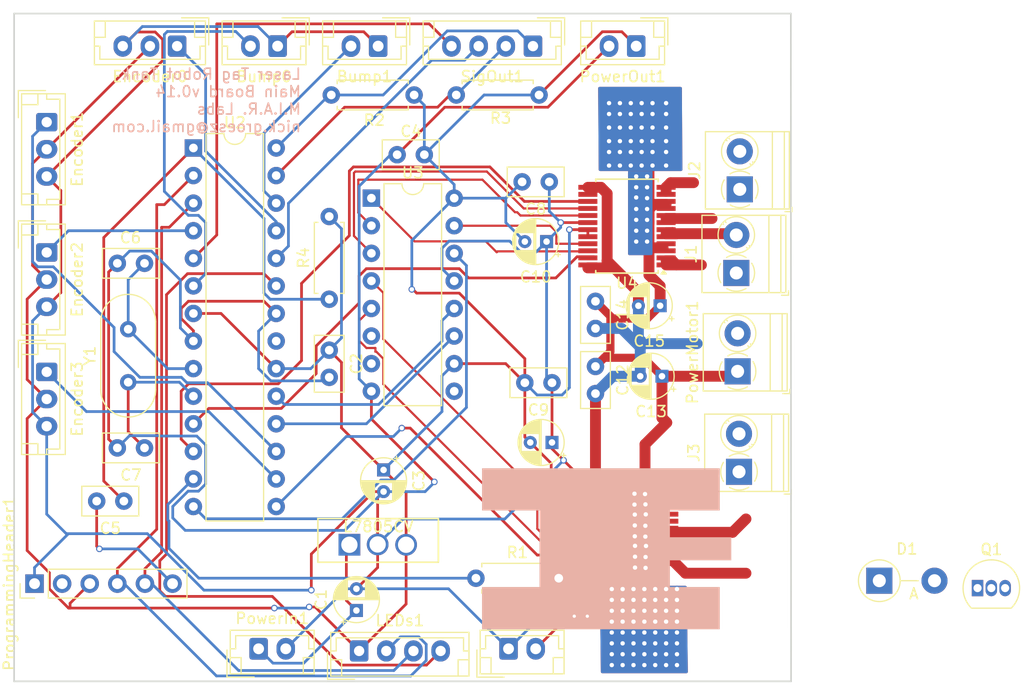
<source format=kicad_pcb>
(kicad_pcb (version 20240108) (generator "pcbnew") (generator_version "8.0")
  (layers (0 "F.Cu" signal) (31 "B.Cu" signal) (34 "B.Paste" user) (35 "F.Paste" user) (36 "B.SilkS" user "B.Silkscreen") (37 "F.SilkS" user "F.Silkscreen") (38 "B.Mask" user) (39 "F.Mask" user) (44 "Edge.Cuts" user))
  (net 0 "")
  (net 1 "Net-(U2-(PCINT14{slash}~{RESET})PC6)")
  (net 2 "GND")
  (net 3 "4.5V")
  (net 4 "SCL")
  (net 5 "SDA")
  (net 6 "IRRx")
  (net 7 "IRTx")
  (net 8 "LED1")
  (net 9 "LED0")
  (net 10 "SPK")
  (net 11 "M0+")
  (net 12 "M1+")
  (net 13 "M1-")
  (net 14 "M2-")
  (net 15 "M0-")
  (net 16 "M2+")
  (net 17 "LED2")
  (net 18 "M0PWM")
  (net 19 "M1PWM")
  (net 20 "Net-(U2-(PCINT6{slash}XTAL1{slash}TOSC1)PB6)")
  (net 21 "Net-(U2-(PCINT7{slash}XTAL2{slash}TOSC2)PB7)")
  (net 22 "9V")
  (net 23 "Vm")
  (net 24 "Encoder0")
  (net 25 "Encoder1")
  (net 26 "M2PWM")
  (net 27 "Encoder2")
  (net 28 "Encoder3")
  (net 29 "Net-(U2-(PCINT23{slash}AIN1)PD7)")
  (net 33 "Bump0")
  (net 34 "Bump1")
  (net 38 "SERIAL_DATA")
  (net 39 "SERIAL_LATCH")
  (net 40 "SERIAL_CLOCK")
  (net 41 "Gm")
  (net 47 "Net-(ProgrammingHeader1-Pin_6)")
  (net 49 "Net-(J1-Pin_1)")
  (net 50 "Net-(J1-Pin_2)")
  (net 51 "Net-(D1-A)")
  (net 52 "Net-(J2-Pin_1)")
  (net 53 "Net-(J2-Pin_2)")
  (net 54 "Net-(J3-Pin_2)")
  (net 55 "Net-(J3-Pin_1)")
  (net 56 "Net-(Q1-E)")
  (footprint "Capacitor_THT:CP_Radial_D4.0mm_P2.00mm" (layer "F.Cu") (at 140 94 180)
    (property "Reference" "C10")
    (property "Value" "10uF")
  )
  (footprint "Package_SO:SSOP-24_5.3x8.2mm_P0.65mm" (layer "F.Cu") (at 147.65 120.075 180)
    (property "Reference" "U5")
    (property "Value" "TB6612FNG")
  )
  (footprint "Capacitor_THT:C_Disc_D5.0mm_W2.5mm_P2.50mm" (layer "F.Cu") (at 101.1 117.9 180)
    (property "Reference" "C5")
    (property "Value" "100nF")
  )
  (footprint "Capacitor_THT:CP_Radial_D4.0mm_P2.00mm" (layer "F.Cu") (at 150.45 99.91 180)
    (property "Reference" "C15")
    (property "Value" "10uF")
  )
  (footprint "Capacitor_THT:C_Disc_D5.0mm_W2.5mm_P2.50mm" (layer "F.Cu") (at 128.75 86 180)
    (property "Reference" "C4")
    (property "Value" "100nF")
  )
  (footprint "Capacitor_THT:CP_Radial_D4.0mm_P2.00mm" (layer "F.Cu") (at 125 115.027401 -90)
    (property "Reference" "C3")
    (property "Value" "10uF")
  )
  (footprint "Capacitor_THT:C_Disc_D5.0mm_W2.5mm_P2.50mm" (layer "F.Cu") (at 144.5 105.5 -90)
    (property "Reference" "C12")
    (property "Value" ".1uF")
  )
  (footprint "Connector_PinHeader_2.54mm:PinHeader_1x06_P2.54mm_Vertical" (layer "F.Cu") (at 92.88 125.5 90)
    (property "Reference" "ProgrammingHeader1")
    (property "Value" "Programming Header")
  )
  (footprint "MountingHole:MountingHole_3mm" (layer "F.Cu") (at 159 76.5)
    (property "Reference" "H2" (hide yes))
    (property "Value" "MountingHole" (hide yes))
  )
  (footprint "Connector_JST:JST_EH_B2B-EH-A_1x02_P2.50mm_Vertical" (layer "F.Cu") (at 124.5 76 180)
    (property "Reference" "Bump1")
    (property "Value" "Bump1")
  )
  (footprint "Capacitor_THT:CP_Radial_D4.0mm_P2.00mm" (layer "F.Cu") (at 150.62 106.4 180)
    (property "Reference" "C13")
    (property "Value" "10uF")
  )
  (footprint "Connector_JST:JST_EH_B4B-EH-A_1x04_P2.50mm_Vertical" (layer "F.Cu") (at 122.75 131.7)
    (property "Reference" "LEDs1")
    (property "Value" "LEDs")
  )
  (footprint "MountingHole:MountingHole_3mm" (layer "F.Cu") (at 94 76.5)
    (property "Reference" "H1" (hide yes))
    (property "Value" "MountingHole" (hide yes))
  )
  (footprint "custom:DIP-16_W7.62mm" (layer "F.Cu") (at 123.88 90)
    (property "Reference" "U3")
    (property "Value" "SN74HC595")
  )
  (footprint "Connector_JST:JST_EH_B4B-EH-A_1x04_P2.50mm_Vertical" (layer "F.Cu") (at 138.75 76 180)
    (property "Reference" "SigOut1")
    (property "Value" "SigOut")
  )
  (footprint "Resistor_THT:R_Axial_DIN0207_L6.3mm_D2.5mm_P7.62mm_Horizontal" (layer "F.Cu") (at 120.19 80.5)
    (property "Reference" "R2")
    (property "Value" "10k")
  )
  (footprint "Crystal:Crystal_HC49-U_Vertical" (layer "F.Cu") (at 101.5 106.95 90)
    (property "Reference" "Y1")
    (property "Value" "Crystal")
  )
  (footprint "Connector_JST:JST_EH_B3B-EH-A_1x03_P2.50mm_Vertical" (layer "F.Cu") (at 94 106 -90)
    (property "Reference" "Encoder3")
    (property "Value" "Encoder3")
  )
  (footprint "custom:DIP-28_W7.62mm" (layer "F.Cu") (at 107.5 85.38)
    (property "Reference" "U2")
    (property "Value" "ATMEGA328P-PU")
  )
  (footprint "Package_TO_SOT_THT:TO-92_Inline" (layer "F.Cu") (at 179.66 125.91)
    (property "Reference" "Q1")
    (property "Value" "2N3904")
  )
  (footprint "Capacitor_THT:C_Disc_D5.0mm_W2.5mm_P2.50mm" (layer "F.Cu") (at 140.25 88.5 180)
    (property "Reference" "C8")
    (property "Value" ".1uF")
  )
  (footprint "Capacitor_THT:C_Disc_D5.0mm_W2.5mm_P2.50mm" (layer "F.Cu") (at 103 96 180)
    (property "Reference" "C6")
    (property "Value" "22pF")
  )
  (footprint "Capacitor_THT:CP_Radial_D4.0mm_P2.00mm" (layer "F.Cu") (at 140.5 112.5 180)
    (property "Reference" "C11")
    (property "Value" "10uF")
  )
  (footprint "Connector_JST:JST_EH_B2B-EH-A_1x02_P2.50mm_Vertical" (layer "F.Cu") (at 115.25 76 180)
    (property "Reference" "Bump0")
    (property "Value" "Bump0")
  )
  (footprint "Package_SO:SSOP-24_5.3x8.2mm_P0.65mm" (layer "F.Cu") (at 147.4 92.575 180)
    (property "Reference" "U4")
    (property "Value" "TB6612FNG")
  )
  (footprint "Capacitor_THT:C_Disc_D5.0mm_W2.5mm_P2.50mm" (layer "F.Cu") (at 144.5 99.5 -90)
    (property "Reference" "C14")
    (property "Value" ".1uF")
  )
  (footprint "TerminalBlock_Phoenix:TerminalBlock_Phoenix_PT-1,5-2-3.5-H_1x02_P3.50mm_Horizontal" (layer "F.Cu") (at 157.46 96.89 90)
    (property "Reference" "J1")
    (property "Value" "M0")
  )
  (footprint "Capacitor_THT:C_Disc_D5.0mm_W2.5mm_P2.50mm" (layer "F.Cu") (at 103 113 180)
    (property "Reference" "C7")
    (property "Value" "22pF")
  )
  (footprint "Connector_JST:JST_EH_B3B-EH-A_1x03_P2.50mm_Vertical" (layer "F.Cu") (at 106 76 180)
    (property "Reference" "Encoder0")
    (property "Value" "Encoder0")
  )
  (footprint "Connector_JST:JST_EH_B2B-EH-A_1x02_P2.50mm_Vertical" (layer "F.Cu") (at 113.5 131.5)
    (property "Reference" "PowerIn1")
    (property "Value" "PowerIn")
  )
  (footprint "Connector_JST:JST_EH_B3B-EH-A_1x03_P2.50mm_Vertical" (layer "F.Cu") (at 94 83 -90)
    (property "Reference" "Encoder1")
    (property "Value" "Encoder1")
  )
  (footprint "Connector_JST:JST_EH_B2B-EH-A_1x02_P2.50mm_Vertical" (layer "F.Cu") (at 148.25 76 180)
    (property "Reference" "PowerOut1")
    (property "Value" "PowerOut")
  )
  (footprint "Connector_JST:JST_EH_B3B-EH-A_1x03_P2.50mm_Vertical" (layer "F.Cu") (at 94 95 -90)
    (property "Reference" "Encoder2")
    (property "Value" "Encoder2")
  )
  (footprint "MountingHole:MountingHole_3mm" (layer "F.Cu") (at 159 131.5)
    (property "Reference" "H4" (hide yes))
    (property "Value" "MountingHole" (hide yes))
  )
  (footprint "Connector_JST:JST_EH_B2B-EH-A_1x02_P2.50mm_Vertical" (layer "F.Cu") (at 136.5 131.5)
    (property "Reference" "Spk1")
    (property "Value" "Spk")
  )
  (footprint "Capacitor_THT:C_Disc_D5.0mm_W2.5mm_P2.50mm" (layer "F.Cu") (at 140.5 107 180)
    (property "Reference" "C9")
    (property "Value" ".1uF")
  )
  (footprint "Resistor_THT:R_Axial_DIN0207_L6.3mm_D2.5mm_P7.62mm_Horizontal" (layer "F.Cu") (at 131.69 80.5)
    (property "Reference" "R3")
    (property "Value" "10k")
  )
  (footprint "TerminalBlock_Phoenix:TerminalBlock_Phoenix_PT-1,5-2-3.5-H_1x02_P3.50mm_Horizontal" (layer "F.Cu") (at 157.58 105.95 90)
    (property "Reference" "PowerMotor1")
    (property "Value" "PowerMotor")
  )
  (footprint "Capacitor_THT:C_Disc_D5.0mm_W2.5mm_P2.50mm" (layer "F.Cu") (at 120 104 -90)
    (property "Reference" "C2")
    (property "Value" "100nF")
  )
  (footprint "Resistor_THT:R_Axial_DIN0207_L6.3mm_D2.5mm_P7.62mm_Horizontal" (layer "F.Cu") (at 120 99.31 90)
    (property "Reference" "R4")
    (property "Value" "10k")
  )
  (footprint "custom:L7805CV" (layer "F.Cu") (at 120.845 121)
    (property "Reference" "U1" (hide yes))
    (property "Value" "L7805")
  )
  (footprint "Diode_THT:D_DO-15_P5.08mm_Vertical_AnodeUp" (layer "F.Cu") (at 170.62 125.23)
    (property "Reference" "D1")
    (property "Value" "1N4148")
  )
  (footprint "MountingHole:MountingHole_3mm" (layer "F.Cu") (at 94.5 131)
    (property "Reference" "H3" (hide yes))
    (property "Value" "MountingHole" (hide yes))
  )
  (footprint "Resistor_THT:R_Axial_DIN0207_L6.3mm_D2.5mm_P7.62mm_Horizontal" (layer "F.Cu") (at 133.5 125)
    (property "Reference" "R1")
    (property "Value" "R")
  )
  (footprint "Capacitor_THT:CP_Radial_D4.0mm_P2.00mm" (layer "F.Cu") (at 122.5 127.972599 90)
    (property "Reference" "C1")
    (property "Value" "10uF")
  )
  (footprint "TerminalBlock_Phoenix:TerminalBlock_Phoenix_PT-1,5-2-3.5-H_1x02_P3.50mm_Horizontal" (layer "F.Cu") (at 157.78 89.19 90)
    (property "Reference" "J2")
    (property "Value" "M1")
  )
  (footprint "TerminalBlock_Phoenix:TerminalBlock_Phoenix_PT-1,5-2-3.5-H_1x02_P3.50mm_Horizontal" (layer "F.Cu") (at 157.71 115.2 90)
    (property "Reference" "J3")
    (property "Value" "M2")
  )
  (footprint "NetTie:NetTie-2_THT_Pad0.3mm" (layer "F.Cu") (at 143.75 128.5 180)
    (property "Reference" "NT1" (hide yes))
    (property "Value" "NetTie_2" (hide yes))
  )
  (footprint "custom:Tank" (layer "B.Cu") (at 145.35 122.64)
    (property "Reference" "G***" (hide yes))
    (property "Value" "LOGO" (hide yes))
  )
  (gr_line (start 162.48 73) (end 91 73) (stroke (width 0.15)) (layer "Edge.Cuts"))
  (gr_line (start 91 134.5) (end 162.5 134.5) (stroke (width 0.15)) (layer "Edge.Cuts"))
  (gr_line (start 91 73) (end 91 134.5) (stroke (width 0.15)) (layer "Edge.Cuts"))
  (gr_line (start 162.5 134.5) (end 162.48 73) (stroke (width 0.15)) (layer "Edge.Cuts"))
  (gr_text "Laser Tag Robot Tank\nMain Board v0.14\nM.I.A.R. Labs\nnick.groesz@gmail.com" (at 117.49 83.99 0) (layer "B.SilkS") (effects (font (size 1 1)) (justify left bottom mirror)))
  (segment (start 101.1 117.9) (end 99.250001 116.050001) (width 0.25) (layer "F.Cu") (net 1))
  (segment (start 99.250001 93.629999) (end 107.5 85.38) (width 0.25) (layer "F.Cu") (net 1))
  (segment (start 99.250001 116.050001) (end 99.250001 93.629999) (width 0.25) (layer "F.Cu") (net 1))
  (segment (start 107.5 85.38) (end 113.995 91.875) (width 0.25) (layer "B.Cu") (net 1))
  (segment (start 114.565 99.31) (end 120 99.31) (width 0.25) (layer "B.Cu") (net 1))
  (segment (start 113.995 98.74) (end 114.565 99.31) (width 0.25) (layer "B.Cu") (net 1))
  (segment (start 113.995 91.875) (end 113.995 98.74) (width 0.25) (layer "B.Cu") (net 1))
  (segment (start 99.700001 96.799999) (end 99.700001 112.200001) (width 0.25) (layer "F.Cu") (net 2))
  (segment (start 123.175 74.675) (end 124.5 76) (width 0.25) (layer "F.Cu") (net 2))
  (segment (start 124.455 121.89) (end 124.455 117.572401) (width 0.25) (layer "F.Cu") (net 2))
  (segment (start 95.3 89.3) (end 94 88) (width 0.25) (layer "F.Cu") (net 2))
  (segment (start 129.67 116.13) (end 123.88 110.34) (width 0.25) (layer "F.Cu") (net 2))
  (segment (start 130.625 81.625) (end 140.125 81.625) (width 0.25) (layer "F.Cu") (net 2))
  (segment (start 118.35 126.1) (end 118.35 122.775) (width 0.25) (layer "F.Cu") (net 2))
  (segment (start 140.5 107) (end 140.5 112.5) (width 0.25) (layer "F.Cu") (net 2))
  (segment (start 94 88) (end 104.675 77.325) (width 0.25) (layer "F.Cu") (net 2))
  (segment (start 140.5 113.075) (end 140.5 112.5) (width 0.25) (layer "F.Cu") (net 2))
  (segment (start 100.5 96) (end 99.700001 96.799999) (width 0.25) (layer "F.Cu") (net 2))
  (segment (start 104.675 75.388299) (end 103.986701 74.7) (width 0.25) (layer "F.Cu") (net 2))
  (segment (start 113.995 99.495) (end 115.12 100.62) (width 0.25) (layer "F.Cu") (net 2))
  (segment (start 107.5 102.210991) (end 106.375 101.085991) (width 0.25) (layer "F.Cu") (net 2))
  (segment (start 94 100) (end 95.3 98.7) (width 0.25) (layer "F.Cu") (net 2))
  (segment (start 122.5 125.972599) (end 124.455 124.017599) (width 0.25) (layer "F.Cu") (net 2))
  (segment (start 101 76) (end 102.325 74.675) (width 0.25) (layer "F.Cu") (net 2))
  (segment (start 124.455 117.572401) (end 125 117.027401) (width 0.25) (layer "F.Cu") (net 2))
  (segment (start 102.3 74.7) (end 101 76) (width 0.25) (layer "F.Cu") (net 2))
  (segment (start 126.25 86) (end 130.625 81.625) (width 0.25) (layer "F.Cu") (net 2))
  (segment (start 142.5625 115.1375) (end 142.5625 119.4125) (width 0.25) (layer "F.Cu") (net 2))
  (segment (start 142.5625 115.1375) (end 141.5625 114.1375) (width 0.25) (layer "F.Cu") (net 2))
  (segment (start 118.35 122.775) (end 124.097599 117.027401) (width 0.25) (layer "F.Cu") (net 2))
  (segment (start 143 119.85) (end 144.1 119.85) (width 0.25) (layer "F.Cu") (net 2))
  (segment (start 124.097599 117.027401) (end 125 117.027401) (width 0.25) (layer "F.Cu") (net 2))
  (segment (start 99.700001 112.200001) (end 100.5 113) (width 0.25) (layer "F.Cu") (net 2))
  (segment (start 107.5 103.16) (end 107.5 102.210991) (width 0.25) (layer "F.Cu") (net 2))
  (segment (start 123.88 110.34) (end 123.88 107.78) (width 0.25) (layer "F.Cu") (net 2))
  (segment (start 104.675 77.325) (end 104.675 75.388299) (width 0.25) (layer "F.Cu") (net 2))
  (segment (start 116.575 74.675) (end 123.175 74.675) (width 0.25) (layer "F.Cu") (net 2))
  (segment (start 107.034009 99.495) (end 113.995 99.495) (width 0.25) (layer "F.Cu") (net 2))
  (segment (start 143.8 92.25) (end 141.55 92.25) (width 0.25) (layer "F.Cu") (net 2))
  (segment (start 106.375 100.154009) (end 107.034009 99.495) (width 0.25) (layer "F.Cu") (net 2))
  (segment (start 142.5625 119.4125) (end 143 119.85) (width 0.25) (layer "F.Cu") (net 2))
  (segment (start 124.455 124.017599) (end 124.455 121.89) (width 0.25) (layer "F.Cu") (net 2))
  (segment (start 140.125 81.625) (end 145.75 76) (width 0.25) (layer "F.Cu") (net 2))
  (segment (start 106.375 101.085991) (end 106.375 100.154009) (width 0.25) (layer "F.Cu") (net 2))
  (segment (start 141.5625 114.1375) (end 140.5 113.075) (width 0.25) (layer "F.Cu") (net 2))
  (segment (start 141.55 92.25) (end 141.3 92.25) (width 0.25) (layer "F.Cu") (net 2))
  (segment (start 103.986701 74.7) (end 102.3 74.7) (width 0.25) (layer "F.Cu") (net 2))
  (segment (start 95.3 98.7) (end 95.3 89.3) (width 0.25) (layer "F.Cu") (net 2))
  (segment (start 115.25 76) (end 116.575 74.675) (width 0.25) (layer "F.Cu") (net 2))
  (via (at 141.5625 114.1375) (size 0.6) (drill 0.4) (layers "F.Cu" "B.Cu") (net 2))
  (via (at 129.67 116.13) (size 0.6) (drill 0.4) (layers "F.Cu" "B.Cu") (net 2))
  (via (at 118.35 126.1) (size 0.6) (drill 0.4) (layers "F.Cu" "B.Cu") (net 2))
  (via (at 141.3 92.25) (size 0.6) (drill 0.4) (layers "F.Cu" "B.Cu") (net 2))
  (segment (start 104.405 111.905) (end 107.805 111.905) (width 0.25) (layer "B.Cu") (net 2))
  (segment (start 125.65 86) (end 126.25 86) (width 0.25) (layer "B.Cu") (net 2))
  (segment (start 105.6 118.396396) (end 105.6 119.45) (width 0.25) (layer "B.Cu") (net 2))
  (segment (start 95.8 120.9) (end 103.263604 120.9) (width 0.25) (layer "B.Cu") (net 2))
  (segment (start 141.3 92.25) (end 141.3 92.7) (width 0.25) (layer "B.Cu") (net 2))
  (segment (start 140 106.5) (end 140.5 107) (width 0.25) (layer "B.Cu") (net 2))
  (segment (start 136.15 119.55) (end 141.5625 114.1375) (width 0.25) (layer "B.Cu") (net 2))
  (segment (start 140 94) (end 140 106.5) (width 0.25) (layer "B.Cu") (net 2))
  (segment (start 124.455 121.89) (end 126.795 119.55) (width 0.25) (layer "B.Cu") (net 2))
  (segment (start 101.625 111.875) (end 104.375 111.875) (width 0.25) (layer "B.Cu") (net 2))
  (segment (start 107.805 111.905) (end 108.625 112.725) (width 0.25) (layer "B.Cu") (net 2))
  (segment (start 139.5 128.5) (end 142.55 128.5) (width 0.25) (layer "B.Cu") (net 2))
  (segment (start 120 106.5) (end 119.675 106.825) (width 0.25) (layer "B.Cu") (net 2))
  (segment (start 129.72 116.13) (end 129.67 116.18) (width 0.25) (layer "B.Cu") (net 2))
  (segment (start 121.527401 125.972599) (end 122.5 125.972599) (width 0.25) (layer "B.Cu") (net 2))
  (segment (start 108.625 112.725) (end 108.625 116.325991) (width 0.25) (layer "B.Cu") (net 2))
  (segment (start 136.5 131.5) (end 139.5 128.5) (width 0.25) (layer "B.Cu") (net 2))
  (segment (start 125 117.027401) (end 128.822599 117.027401) (width 0.25) (layer "B.Cu") (net 2))
  (segment (start 130.375 94.614009) (end 131.034009 93.955) (width 0.25) (layer "B.Cu") (net 2))
  (segment (start 131.5 97.62) (end 130.375 96.495) (width 0.25) (layer "B.Cu") (net 2))
  (segment (start 106.3 97.539009) (end 106.3 101.96) (width 0.25) (layer "B.Cu") (net 2))
  (segment (start 136.605 93.955) (end 137.6 94.95) (width 0.25) (layer "B.Cu") (net 2))
  (segment (start 94 111) (end 94 119.1) (width 0.25) (layer "B.Cu") (net 2))
  (segment (start 102.8 74.2) (end 101 76) (width 0.25) (layer "B.Cu") (net 2))
  (segment (start 95.8 120.9) (end 95.9 121) (width 0.25) (layer "B.Cu") (net 2))
  (segment (start 116 131.5) (end 121.527401 125.972599) (width 0.25) (layer "B.Cu") (net 2))
  (segment (start 92.7 109.7) (end 92.7 101.3) (width 0.25) (layer "B.Cu") (net 2))
  (segment (start 105.6 119.45) (end 106.745 120.595) (width 0.25) (layer "B.Cu") (net 2))
  (segment (start 121.432401 120.595) (end 125 117.027401) (width 0.25) (layer "B.Cu") (net 2))
  (segment (start 101.625 94.875) (end 103.635991 94.875) (width 0.25) (layer "B.Cu") (net 2))
  (segment (start 122.755 106.655) (end 122.755 88.895) (width 0.25) (layer "B.Cu") (net 2))
  (segment (start 115.25 76) (end 113.45 74.2) (width 0.25) (layer "B.Cu") (net 2))
  (segment (start 94 119.1) (end 95.8 120.9) (width 0.25) (layer "B.Cu") (net 2))
  (segment (start 122.755 88.895) (end 125.65 86) (width 0.25) (layer "B.Cu") (net 2))
  (segment (start 129.67 116.13) (end 129.72 116.13) (width 0.25) (layer "B.Cu") (net 2))
  (segment (start 92.88 125.5) (end 92.88 124.02) (width 0.25) (layer "B.Cu") (net 2))
  (segment (start 92.88 124.02) (end 95.9 121) (width 0.25) (layer "B.Cu") (net 2))
  (segment (start 106.745 120.595) (end 121.432401 120.595) (width 0.25) (layer "B.Cu") (net 2))
  (segment (start 141.3 92.7) (end 140 94) (width 0.25) (layer "B.Cu") (net 2))
  (segment (start 129.67 116.18) (end 129.67 116.13) (width 0.25) (layer "B.Cu") (net 2))
  (segment (start 114.625 106.825) (end 113.5 105.7) (width 0.25) (layer "B.Cu") (net 2))
  (segment (start 113.45 74.2) (end 102.8 74.2) (width 0.25) (layer "B.Cu") (net 2))
  (segment (start 113.5 105.7) (end 113.5 102.24) (width 0.25) (layer "B.Cu") (net 2))
  (segment (start 126.795 119.55) (end 136.15 119.55) (width 0.25) (layer "B.Cu") (net 2))
  (segment (start 140.25 91.2) (end 140.25 88.5) (width 0.25) (layer "B.Cu") (net 2))
  (segment (start 123.88 107.78) (end 122.755 106.655) (width 0.25) (layer "B.Cu") (net 2))
  (segment (start 107.965991 116.985) (end 107.011396 116.985) (width 0.25) (layer "B.Cu") (net 2))
  (segment (start 92.7 101.3) (end 94 100) (width 0.25) (layer "B.Cu") (net 2))
  (segment (start 104.375 111.875) (end 104.405 111.905) (width 0.25) (layer "B.Cu") (net 2))
  (segment (start 103.263604 120.9) (end 108.463604 126.1) (width 0.25) (layer "B.Cu") (net 2))
  (segment (start 131.034009 93.955) (end 136.605 93.955) (width 0.25) (layer "B.Cu") (net 2))
  (segment (start 139.05 94.95) (end 140 94) (width 0.25) (layer "B.Cu") (net 2))
  (segment (start 122.5 125.972599) (end 130.972599 125.972599) (width 0.25) (layer "B.Cu") (net 2))
  (segment (start 108.625 116.325991) (end 107.965991 116.985) (width 0.25) (layer "B.Cu") (net 2))
  (segment (start 106.3 101.96) (end 107.5 103.16) (width 0.25) (layer "B.Cu") (net 2))
  (segment (start 137.6 94.95) (end 139.05 94.95) (width 0.25) (layer "B.Cu") (net 2))
  (segment (start 103.635991 94.875) (end 106.3 97.539009) (width 0.25) (layer "B.Cu") (net 2))
  (segment (start 128.822599 117.027401) (end 129.67 116.18) (width 0.25) (layer "B.Cu") (net 2))
  (segment (start 94 111) (end 92.7 109.7) (width 0.25) (layer "B.Cu") (net 2))
  (segment (start 130.972599 125.972599) (end 136.5 131.5) (width 0.25) (layer "B.Cu") (net 2))
  (segment (start 130.375 96.495) (end 130.375 94.614009) (width 0.25) (layer "B.Cu") (net 2))
  (segment (start 119.675 106.825) (end 114.625 106.825) (width 0.25) (layer "B.Cu") (net 2))
  (segment (start 100.5 96) (end 101.625 94.875) (width 0.25) (layer "B.Cu") (net 2))
  (segment (start 141.3 92.25) (end 140.25 91.2) (width 0.25) (layer "B.Cu") (net 2))
  (segment (start 107.011396 116.985) (end 105.6 118.396396) (width 0.25) (layer "B.Cu") (net 2))
  (segment (start 108.463604 126.1) (end 118.35 126.1) (width 0.25) (layer "B.Cu") (net 2))
  (segment (start 113.5 102.24) (end 115.12 100.62) (width 0.25) (layer "B.Cu") (net 2))
  (segment (start 100.5 113) (end 101.625 111.875) (width 0.25) (layer "B.Cu") (net 2))
  (segment (start 121.125 111.152401) (end 125 115.027401) (width 0.25) (layer "F.Cu") (net 3))
  (segment (start 107.5 100.62) (end 110.04 100.62) (width 0.25) (layer "F.Cu") (net 3))
  (segment (start 92.2 106.7) (end 92.2 99.3) (width 0.25) (layer "F.Cu") (net 3))
  (segment (start 94 97.5) (end 92.7 96.2) (width 0.25) (layer "F.Cu") (net 3))
  (segment (start 138 107) (end 138 112) (width 0.25) (layer "F.Cu") (net 3))
  (segment (start 96.15 127.75) (end 114.95 127.75) (width 0.25) (layer "F.Cu") (net 3))
  (segment (start 94 85.5) (end 103.5 76) (width 0.25) (layer "F.Cu") (net 3))
  (segment (start 138 104.779009) (end 131.965991 98.745) (width 0.25) (layer "F.Cu") (net 3))
  (segment (start 144.05 121.05) (end 144.05 120.4) (width 0.25) (layer "F.Cu") (net 3))
  (segment (start 131.5 105.24) (end 136.24 105.24) (width 0.25) (layer "F.Cu") (net 3))
  (segment (start 128.045 98.745) (end 127.7 98.4) (width 0.25) (layer "F.Cu") (net 3))
  (segment (start 94.245 124.494999) (end 94.245 125.986701) (width 0.25) (layer "F.Cu") (net 3))
  (segment (start 146.925 74.675) (end 148.25 76) (width 0.25) (layer "F.Cu") (net 3))
  (segment (start 92.2 99.3) (end 94 97.5) (width 0.25) (layer "F.Cu") (net 3))
  (segment (start 118.15 127.65) (end 118.7 127.65) (width 0.25) (layer "F.Cu") (net 3))
  (segment (start 94.245 125.986701) (end 96.008299 127.75) (width 0.25) (layer "F.Cu") (net 3))
  (segment (start 138 112) (end 138.5 112.5) (width 0.25) (layer "F.Cu") (net 3))
  (segment (start 92.2 122.449999) (end 94.245 124.494999) (width 0.25) (layer "F.Cu") (net 3))
  (segment (start 127.7 98.4) (end 127.6 98.4) (width 0.25) (layer "F.Cu") (net 3))
  (segment (start 143.8 92.9) (end 142.1 92.9) (width 0.25) (layer "F.Cu") (net 3))
  (segment (start 127.075 127.375) (end 127.075 121.92) (width 0.25) (layer "F.Cu") (net 3))
  (segment (start 138.5 112.5) (end 140.425 114.425) (width 0.25) (layer "F.Cu") (net 3))
  (segment (start 127.6 98.4) (end 127.6 98.3) (width 0.25) (layer "F.Cu") (net 3))
  (segment (start 120 104) (end 121.125 105.125) (width 0.25) (layer "F.Cu") (net 3))
  (segment (start 143.4 121.05) (end 144.05 121.05) (width 0.25) (layer "F.Cu") (net 3))
  (segment (start 127.075 117.102401) (end 127.075 121.92) (width 0.25) (layer "F.Cu") (net 3))
  (segment (start 143.8 92.9) (end 143.8 93.55) (width 0.25) (layer "F.Cu") (net 3))
  (segment (start 118.7 127.65) (end 122.75 131.7) (width 0.25) (layer "F.Cu") (net 3))
  (segment (start 125 115.027401) (end 127.075 117.102401) (width 0.25) (layer "F.Cu") (net 3))
  (segment (start 131.965991 98.745) (end 128.045 98.745) (width 0.25) (layer "F.Cu") (net 3))
  (segment (start 110.04 100.62) (end 115.12 105.7) (width 0.25) (layer "F.Cu") (net 3))
  (segment (start 96.008299 127.75) (end 96.15 127.75) (width 0.25) (layer "F.Cu") (net 3))
  (segment (start 121.125 105.125) (end 121.125 111.152401) (width 0.25) (layer "F.Cu") (net 3))
  (segment (start 138 107) (end 138 104.779009) (width 0.25) (layer "F.Cu") (net 3))
  (segment (start 140.425 114.425) (end 140.425 118.075) (width 0.25) (layer "F.Cu") (net 3))
  (segment (start 96.15 127.31) (end 96.15 127.75) (width 0.25) (layer "F.Cu") (net 3))
  (segment (start 122.75 131.7) (end 127.075 127.375) (width 0.25) (layer "F.Cu") (net 3))
  (segment (start 136.24 105.24) (end 138 107) (width 0.25) (layer "F.Cu") (net 3))
  (segment (start 92.2 110.3) (end 92.2 122.449999) (width 0.25) (layer "F.Cu") (net 3))
  (segment (start 94 108.5) (end 92.2 110.3) (width 0.25) (layer "F.Cu") (net 3))
  (segment (start 97.96 125.5) (end 96.15 127.31) (width 0.25) (layer "F.Cu") (net 3))
  (segment (start 127.6 98.3) (end 127.65 98.35) (width 0.25) (layer "F.Cu") (net 3))
  (segment (start 139.31 80.5) (end 145.135 74.675) (width 0.25) (layer "F.Cu") (net 3))
  (segment (start 145.135 74.675) (end 146.925 74.675) (width 0.25) (layer "F.Cu") (net 3))
  (segment (start 140.425 118.075) (end 143.4 121.05) (width 0.25) (layer "F.Cu") (net 3))
  (segment (start 92.7 96.2) (end 92.7 86.8) (width 0.25) (layer "F.Cu") (net 3))
  (segment (start 92.7 86.8) (end 94 85.5) (width 0.25) (layer "F.Cu") (net 3))
  (segment (start 94 108.5) (end 92.2 106.7) (width 0.25) (layer "F.Cu") (net 3))
  (via (at 118.15 127.65) (size 0.6) (drill 0.4) (layers "F.Cu" "B.Cu") (net 3))
  (via (at 114.95 127.75) (size 0.6) (drill 0.4) (layers "F.Cu" "B.Cu") (net 3))
  (via (at 142.1 92.9) (size 0.6) (drill 0.4) (layers "F.Cu" "B.Cu") (net 3))
  (via (at 127.6 98.4) (size 0.6) (drill 0.4) (layers "F.Cu" "B.Cu") (net 3))
  (segment (start 130.375 109.652401) (end 130.375 106.365) (width 0.25) (layer "B.Cu") (net 3))
  (segment (start 142.1 107.45) (end 142.1 92.9) (width 0.25) (layer "B.Cu") (net 3))
  (segment (start 134.25 80.5) (end 139.31 80.5) (width 0.25) (layer "B.Cu") (net 3))
  (segment (start 114.95 127.75) (end 118.05 127.75) (width 0.25) (layer "B.Cu") (net 3))
  (segment (start 118.05 127.75) (end 118.15 127.65) (width 0.25) (layer "B.Cu") (net 3))
  (segment (start 128.75 86) (end 128.75 81.44) (width 0.25) (layer "B.Cu") (net 3))
  (segment (start 131.5 88.75) (end 128.75 86) (width 0.25) (layer "B.Cu") (net 3))
  (segment (start 121.125 92.815) (end 120 91.69) (width 0.25) (layer "B.Cu") (net 3))
  (segment (start 130.375 106.365) (end 131.5 105.24) (width 0.25) (layer "B.Cu") (net 3))
  (segment (start 121.125 102.875) (end 121.125 92.815) (width 0.25) (layer "B.Cu") (net 3))
  (segment (start 136.25 92.25) (end 136.25 90) (width 0.25) (layer "B.Cu") (net 3))
  (segment (start 128.75 86) (end 134.25 80.5) (width 0.25) (layer "B.Cu") (net 3))
  (segment (start 125 115.027401) (end 130.375 109.652401) (width 0.25) (layer "B.Cu") (net 3))
  (segment (start 127.6 93.9) (end 131.5 90) (width 0.25) (layer "B.Cu") (net 3))
  (segment (start 139.125 108.125) (end 141.425 108.125) (width 0.25) (layer "B.Cu") (net 3))
  (segment (start 131.5 90) (end 136.25 90) (width 0.25) (layer "B.Cu") (net 3))
  (segment (start 141.425 108.125) (end 142.1 107.45) (width 0.25) (layer "B.Cu") (net 3))
  (segment (start 118.3 105.7) (end 120 104) (width 0.25) (layer "B.Cu") (net 3))
  (segment (start 138 94) (end 136.25 92.25) (width 0.25) (layer "B.Cu") (net 3))
  (segment (start 127.6 98.4) (end 127.6 93.9) (width 0.25) (layer "B.Cu") (net 3))
  (segment (start 131.5 90) (end 131.5 88.75) (width 0.25) (layer "B.Cu") (net 3))
  (segment (start 115.12 105.7) (end 118.3 105.7) (width 0.25) (layer "B.Cu") (net 3))
  (segment (start 128.75 81.44) (end 127.81 80.5) (width 0.25) (layer "B.Cu") (net 3))
  (segment (start 136.25 90) (end 137.75 88.5) (width 0.25) (layer "B.Cu") (net 3))
  (segment (start 138 107) (end 139.125 108.125) (width 0.25) (layer "B.Cu") (net 3))
  (segment (start 120 104) (end 121.125 102.875) (width 0.25) (layer "B.Cu") (net 3))
  (segment (start 124.963299 80.5) (end 130.863299 74.6) (width 0.25) (layer "B.Cu") (net 4))
  (segment (start 120 80.5) (end 120.19 80.5) (width 0.25) (layer "B.Cu") (net 4))
  (segment (start 120.19 80.5) (end 124.963299 80.5) (width 0.25) (layer "B.Cu") (net 4))
  (segment (start 115.12 85.38) (end 120 80.5) (width 0.25) (layer "B.Cu") (net 4))
  (segment (start 137.35 74.6) (end 138.75 76) (width 0.25) (layer "B.Cu") (net 4))
  (segment (start 130.863299 74.6) (end 137.35 74.6) (width 0.25) (layer "B.Cu") (net 4))
  (segment (start 121.415 81.625) (end 129.975 81.625) (width 0.25) (layer "F.Cu") (net 5))
  (segment (start 131.1 80.5) (end 131.69 80.5) (width 0.25) (layer "F.Cu") (net 5))
  (segment (start 115.12 87.92) (end 121.415 81.625) (width 0.25) (layer "F.Cu") (net 5))
  (segment (start 129.975 81.625) (end 131.1 80.5) (width 0.25) (layer "F.Cu") (net 5))
  (segment (start 131.69 80.5) (end 136.19 76) (width 0.25) (layer "B.Cu") (net 5))
  (segment (start 136.19 76) (end 136.25 76) (width 0.25) (layer "B.Cu") (net 5))
  (segment (start 107.5 95.54) (end 109.65 93.39) (width 0.25) (layer "F.Cu") (net 6))
  (segment (start 109.65 93.39) (end 109.65 73.95) (width 0.25) (layer "F.Cu") (net 6))
  (segment (start 109.65 73.95) (end 129.2 73.95) (width 0.25) (layer "F.Cu") (net 6))
  (segment (start 129.2 73.95) (end 131.25 76) (width 0.25) (layer "F.Cu") (net 6))
  (segment (start 115.12 95.54) (end 116.245 94.415) (width 0.25) (layer "B.Cu") (net 7))
  (segment (start 116.245 90.474009) (end 129.419009 77.3) (width 0.25) (layer "B.Cu") (net 7))
  (segment (start 129.419009 77.3) (end 132.45 77.3) (width 0.25) (layer "B.Cu") (net 7))
  (segment (start 116.245 94.415) (end 116.245 90.474009) (width 0.25) (layer "B.Cu") (net 7))
  (segment (start 132.45 77.3) (end 133.75 76) (width 0.25) (layer "B.Cu") (net 7))
  (segment (start 104.575 122.588604) (end 103.04 124.123604) (width 0.25) (layer "F.Cu") (net 8))
  (segment (start 105.275 92.685) (end 104.575 92.685) (width 0.25) (layer "F.Cu") (net 8))
  (segment (start 107.5 90.46) (end 105.275 92.685) (width 0.25) (layer "F.Cu") (net 8))
  (segment (start 103.04 124.123604) (end 103.04 125.5) (width 0.25) (layer "F.Cu") (net 8))
  (segment (start 104.575 92.685) (end 104.575 122.588604) (width 0.25) (layer "F.Cu") (net 8))
  (segment (start 103.04 125.5) (end 103.66 125.5) (width 0.25) (layer "B.Cu") (net 8))
  (segment (start 111.66 133.5) (end 125.95 133.5) (width 0.25) (layer "B.Cu") (net 8))
  (segment (start 125.95 133.5) (end 127.75 131.7) (width 0.25) (layer "B.Cu") (net 8))
  (segment (start 103.66 125.5) (end 111.66 133.5) (width 0.25) (layer "B.Cu") (net 8))
  (segment (start 100.5 124.12) (end 100.5 125.5) (width 0.25) (layer "F.Cu") (net 9))
  (segment (start 104.825 90.595) (end 104.125 90.595) (width 0.25) (layer "F.Cu") (net 9))
  (segment (start 104.125 90.595) (end 104.125 120.495) (width 0.25) (layer "F.Cu") (net 9))
  (segment (start 107.5 87.92) (end 104.825 90.595) (width 0.25) (layer "F.Cu") (net 9))
  (segment (start 104.125 120.495) (end 100.5 124.12) (width 0.25) (layer "F.Cu") (net 9))
  (segment (start 127.5 134) (end 128.925 132.575) (width 0.25) (layer "B.Cu") (net 9))
  (segment (start 100.5 125.5) (end 101.12 125.5) (width 0.25) (layer "B.Cu") (net 9))
  (segment (start 128.236701 130.4) (end 126.55 130.4) (width 0.25) (layer "B.Cu") (net 9))
  (segment (start 126.55 130.4) (end 125.25 131.7) (width 0.25) (layer "B.Cu") (net 9))
  (segment (start 101.12 125.5) (end 109.62 134) (width 0.25) (layer "B.Cu") (net 9))
  (segment (start 128.925 131.088299) (end 128.236701 130.4) (width 0.25) (layer "B.Cu") (net 9))
  (segment (start 109.62 134) (end 127.5 134) (width 0.25) (layer "B.Cu") (net 9))
  (segment (start 128.925 132.575) (end 128.925 131.088299) (width 0.25) (layer "B.Cu") (net 9))
  (segment (start 141.12 129.38) (end 139 131.5) (width 0.25) (layer "F.Cu") (net 10))
  (segment (start 141.12 125) (end 141.12 129.38) (width 0.25) (layer "F.Cu") (net 10))
  (segment (start 140.34 92.54) (end 140.9 93.1) (width 0.2) (layer "F.Cu") (net 11))
  (segment (start 140.9 93.1) (end 140.9 94.2) (width 0.2) (layer "F.Cu") (net 11))
  (segment (start 140.9 94.2) (end 143.8 94.2) (width 0.2) (layer "F.Cu") (net 11))
  (segment (start 131.5 92.54) (end 140.34 92.54) (width 0.2) (layer "F.Cu") (net 11))
  (segment (start 137.6 91.6) (end 143.8 91.6) (width 0.2) (layer "F.Cu") (net 12))
  (segment (start 134.1 88.3) (end 137.1 91.3) (width 0.2) (layer "F.Cu") (net 12))
  (segment (start 137.1 91.3) (end 137.3 91.3) (width 0.2) (layer "F.Cu") (net 12))
  (segment (start 123.88 92.54) (end 122.675 91.335) (width 0.2) (layer "F.Cu") (net 12))
  (segment (start 122.675 91.335) (end 122.675 88.3) (width 0.2) (layer "F.Cu") (net 12))
  (segment (start 122.675 88.3) (end 134.1 88.3) (width 0.2) (layer "F.Cu") (net 12))
  (segment (start 137.3 91.3) (end 137.6 91.6) (width 0.2) (layer "F.Cu") (net 12))
  (segment (start 137.9 90.95) (end 143.8 90.95) (width 0.2) (layer "F.Cu") (net 13))
  (segment (start 123.88 95.08) (end 122.275 93.475) (width 0.2) (layer "F.Cu") (net 13))
  (segment (start 122.275 93.475) (end 122.275 87.67604) (width 0.2) (layer "F.Cu") (net 13))
  (segment (start 122.40104 87.55) (end 134.5 87.55) (width 0.2) (layer "F.Cu") (net 13))
  (segment (start 134.5 87.55) (end 137.9 90.95) (width 0.2) (layer "F.Cu") (net 13))
  (segment (start 122.275 87.67604) (end 122.40104 87.55) (width 0.2) (layer "F.Cu") (net 13))
  (segment (start 122.78 103.155635) (end 123.424365 103.8) (width 0.2) (layer "F.Cu") (net 14))
  (segment (start 140.2 122.35) (end 144.05 122.35) (width 0.2) (layer "F.Cu") (net 14))
  (segment (start 124.98 104.784365) (end 124.98 107.13) (width 0.2) (layer "F.Cu") (net 14))
  (segment (start 124.98 107.13) (end 140.2 122.35) (width 0.2) (layer "F.Cu") (net 14))
  (segment (start 124.25 104.14) (end 124.335635 104.14) (width 0.2) (layer "F.Cu") (net 14))
  (segment (start 124.335635 104.14) (end 124.98 104.784365) (width 0.2) (layer "F.Cu") (net 14))
  (segment (start 123.88 100.16) (end 122.78 101.26) (width 0.2) (layer "F.Cu") (net 14))
  (segment (start 122.78 101.26) (end 122.78 103.155635) (width 0.2) (layer "F.Cu") (net 14))
  (segment (start 124.25 103.8) (end 124.25 104.14) (width 0.2) (layer "F.Cu") (net 14))
  (segment (start 123.424365 103.8) (end 124.25 103.8) (width 0.2) (layer "F.Cu") (net 14))
  (segment (start 127.86 93.98) (end 134.41 93.98) (width 0.2) (layer "F.Cu") (net 15))
  (segment (start 123.88 90) (end 127.86 93.98) (width 0.2) (layer "F.Cu") (net 15))
  (segment (start 134.41 93.98) (end 135.41 94.98) (width 0.2) (layer "F.Cu") (net 15))
  (segment (start 143.75 94.9) (end 143.8 94.85) (width 0.2) (layer "F.Cu") (net 15))
  (segment (start 135.41 94.98) (end 135.49 94.9) (width 0.2) (layer "F.Cu") (net 15))
  (segment (start 135.49 94.9) (end 143.75 94.9) (width 0.2) (layer "F.Cu") (net 15))
  (segment (start 139.15 117.15) (end 139.15 120.45) (width 0.2) (layer "F.Cu") (net 16))
  (segment (start 139.15 120.45) (end 140.4 121.7) (width 0.2) (layer "F.Cu") (net 16))
  (segment (start 124.98 98.72) (end 124.98 102.98) (width 0.2) (layer "F.Cu") (net 16))
  (segment (start 124.98 102.98) (end 139.15 117.15) (width 0.2) (layer "F.Cu") (net 16))
  (segment (start 123.88 97.62) (end 124.98 98.72) (width 0.2) (layer "F.Cu") (net 16))
  (segment (start 140.4 121.7) (end 144.05 121.7) (width 0.2) (layer "F.Cu") (net 16))
  (segment (start 105.025 98.89) (end 106.96 96.955) (width 0.25) (layer "F.Cu") (net 17))
  (segment (start 113.995 96.955) (end 115.12 98.08) (width 0.25) (layer "F.Cu") (net 17))
  (segment (start 105.025 122.775) (end 105.025 98.89) (width 0.25) (layer "F.Cu") (net 17))
  (segment (start 130.25 131.7) (end 128.95 133) (width 0.25) (layer "F.Cu") (net 17))
  (segment (start 114.758884 126.675) (end 104.925 126.675) (width 0.25) (layer "F.Cu") (net 17))
  (segment (start 106.96 96.955) (end 113.995 96.955) (width 0.25) (layer "F.Cu") (net 17))
  (segment (start 128.95 133) (end 121.083884 133) (width 0.25) (layer "F.Cu") (net 17))
  (segment (start 104.405 126.155) (end 104.405 123.395) (width 0.25) (layer "F.Cu") (net 17))
  (segment (start 104.405 123.395) (end 105.025 122.775) (width 0.25) (layer "F.Cu") (net 17))
  (segment (start 104.925 126.675) (end 104.405 126.155) (width 0.25) (layer "F.Cu") (net 17))
  (segment (start 121.083884 133) (end 114.758884 126.675) (width 0.25) (layer "F.Cu") (net 17))
  (segment (start 123.414009 96.495) (end 131.965991 96.495) (width 0.25) (layer "F.Cu") (net 18))
  (segment (start 142.8 95.4) (end 144.35 95.4) (width 0.25) (layer "F.Cu") (net 18))
  (segment (start 107.5 110.78) (end 108.915 109.365) (width 0.25) (layer "F.Cu") (net 18))
  (segment (start 122.755 97.154009) (end 123.414009 96.495) (width 0.25) (layer "F.Cu") (net 18))
  (segment (start 118.8 106.150991) (end 118.8 103.609009) (width 0.25) (layer "F.Cu") (net 18))
  (segment (start 108.915 109.365) (end 115.585991 109.365) (width 0.25) (layer "F.Cu") (net 18))
  (segment (start 115.585991 109.365) (end 118.8 106.150991) (width 0.25) (layer "F.Cu") (net 18))
  (segment (start 132.820991 97.35) (end 140.85 97.35) (width 0.25) (layer "F.Cu") (net 18))
  (segment (start 140.85 97.35) (end 142.8 95.4) (width 0.25) (layer "F.Cu") (net 18))
  (segment (start 118.8 103.609009) (end 122.755 99.654009) (width 0.25) (layer "F.Cu") (net 18))
  (segment (start 122.755 99.654009) (end 122.755 97.154009) (width 0.25) (layer "F.Cu") (net 18))
  (segment (start 131.965991 96.495) (end 132.820991 97.35) (width 0.25) (layer "F.Cu") (net 18))
  (segment (start 134.784009 87.125) (end 137.959009 90.3) (width 0.25) (layer "F.Cu") (net 19))
  (segment (start 106.375 107.774009) (end 107.049009 107.1) (width 0.25) (layer "F.Cu") (net 19))
  (segment (start 122.225 87.125) (end 134.784009 87.125) (width 0.25) (layer "F.Cu") (net 19))
  (segment (start 115.310991 107.1) (end 117.45 104.960991) (width 0.25) (layer "F.Cu") (net 19))
  (segment (start 117.45 97.85) (end 121.85 93.45) (width 0.25) (layer "F.Cu") (net 19))
  (segment (start 106.375 112.195) (end 106.375 107.774009) (width 0.25) (layer "F.Cu") (net 19))
  (segment (start 107.5 113.32) (end 106.375 112.195) (width 0.25) (layer "F.Cu") (net 19))
  (segment (start 107.049009 107.1) (end 115.310991 107.1) (width 0.25) (layer "F.Cu") (net 19))
  (segment (start 117.45 104.960991) (end 117.45 97.85) (width 0.25) (layer "F.Cu") (net 19))
  (segment (start 137.959009 90.3) (end 143.8 90.3) (width 0.25) (layer "F.Cu") (net 19))
  (segment (start 121.85 93.45) (end 121.85 87.5) (width 0.25) (layer "F.Cu") (net 19))
  (segment (start 121.85 87.5) (end 122.225 87.125) (width 0.25) (layer "F.Cu") (net 19))
  (segment (start 101.5 102.07) (end 101.5 97.5) (width 0.25) (layer "B.Cu") (net 20))
  (segment (start 101.5 102.07) (end 105.13 105.7) (width 0.25) (layer "B.Cu") (net 20))
  (segment (start 105.13 105.7) (end 107.5 105.7) (width 0.25) (layer "B.Cu") (net 20))
  (segment (start 101.5 97.5) (end 103 96) (width 0.25) (layer "B.Cu") (net 20))
  (segment (start 101.5 106.95) (end 101.5 111.5) (width 0.25) (layer "F.Cu") (net 21))
  (segment (start 101.5 111.5) (end 103 113) (width 0.25) (layer "F.Cu") (net 21))
  (segment (start 101.5 106.95) (end 106.21 106.95) (width 0.25) (layer "B.Cu") (net 21))
  (segment (start 106.21 106.95) (end 107.5 108.24) (width 0.25) (layer "B.Cu") (net 21))
  (segment (start 122.5 127.972599) (end 121.575 127.047599) (width 0.25) (layer "F.Cu") (net 22))
  (segment (start 121.575 127.047599) (end 121.575 122.2) (width 0.25) (layer "F.Cu") (net 22))
  (segment (start 121.575 122.2) (end 121.855 121.92) (width 0.25) (layer "F.Cu") (net 22))
  (segment (start 113.5 131.5) (end 114.825 132.825) (width 0.25) (layer "B.Cu") (net 22))
  (segment (start 114.825 132.825) (end 117.647599 132.825) (width 0.25) (layer "B.Cu") (net 22))
  (segment (start 117.647599 132.825) (end 122.5 127.972599) (width 0.25) (layer "B.Cu") (net 22))
  (segment (start 145.575 96.425) (end 145.575 95.78) (width 1) (layer "F.Cu") (net 23))
  (segment (start 145.575 96.425) (end 143.8 96.425) (width 1) (layer "F.Cu") (net 23))
  (segment (start 145.575 89.575) (end 145 89) (width 1) (layer "F.Cu") (net 23))
  (segment (start 145.575 95.78) (end 145.575 89.575) (width 1) (layer "F.Cu") (net 23))
  (segment (start 145 89) (end 143.8 89) (width 1) (layer "F.Cu") (net 23))
  (segment (start 145.95 124.1) (end 144.8 124.1) (width 1) (layer "F.Cu") (net 23))
  (segment (start 146.125 116.875) (end 146.125 123.925) (width 1) (layer "F.Cu") (net 23))
  (segment (start 144.5 108) (end 144.5 116.45) (width 1) (layer "F.Cu") (net 23))
  (segment (start 144.55 116.5) (end 144.55 116.875) (width 1) (layer "F.Cu") (net 23))
  (segment (start 144.55 116.5) (end 145.75 116.5) (width 1) (layer "F.Cu") (net 23))
  (segment (start 144.8 124.1) (end 144.8 123.925) (width 1) (layer "F.Cu") (net 23))
  (segment (start 146.125 123.925) (end 145.95 124.1) (width 1) (layer "F.Cu") (net 23))
  (segment (start 145.75 116.5) (end 146.125 116.875) (width 1) (layer "F.Cu") (net 23))
  (segment (start 144.5 116.45) (end 144.55 116.5) (width 1) (layer "F.Cu") (net 23))
  (segment (start 148.45 99.91) (end 148.45 98.655) (width 1) (layer "F.Cu") (net 23))
  (segment (start 144.8 123.925) (end 144.55 123.925) (width 1) (layer "F.Cu") (net 23))
  (segment (start 148.45 98.655) (end 145.575 95.78) (width 1) (layer "F.Cu") (net 23))
  (segment (start 153.86 103.4) (end 148.94 103.4) (width 1) (layer "B.Cu") (net 23))
  (segment (start 144.5 102) (end 146.9 102) (width 1) (layer "B.Cu") (net 23))
  (segment (start 148.62 103.72) (end 148.94 103.4) (width 1) (layer "B.Cu") (net 23))
  (segment (start 146.1 106.4) (end 144.5 108) (width 1) (layer "B.Cu") (net 23))
  (segment (start 148.62 106.4) (end 146.1 106.4) (width 1) (layer "B.Cu") (net 23))
  (segment (start 146.9 102) (end 148.62 103.72) (width 1) (layer "B.Cu") (net 23))
  (segment (start 148.62 106.4) (end 148.62 103.72) (width 1) (layer "B.Cu") (net 23))
  (segment (start 148.45 102.91) (end 148.45 99.91) (width 1) (layer "B.Cu") (net 23))
  (segment (start 148.94 103.4) (end 148.45 102.91) (width 1) (layer "B.Cu") (net 23))
  (segment (start 108.625 85.675) (end 115.12 92.17) (width 0.25) (layer "B.Cu") (net 24))
  (segment (start 108.625 78.625) (end 108.625 85.675) (width 0.25) (layer "B.Cu") (net 24))
  (segment (start 106 76) (end 108.625 78.625) (width 0.25) (layer "B.Cu") (net 24))
  (segment (start 115.12 92.17) (end 115.12 93) (width 0.25) (layer "B.Cu") (net 24))
  (segment (start 94.611701 96.325) (end 100.2 101.913299) (width 0.25) (layer "B.Cu") (net 25))
  (segment (start 92.7 95.8451) (end 93.1799 96.325) (width 0.25) (layer "B.Cu") (net 25))
  (segment (start 94 83) (end 92.7 84.3) (width 0.25) (layer "B.Cu") (net 25))
  (segment (start 108.8 107) (end 115.12 113.32) (width 0.25) (layer "B.Cu") (net 25))
  (segment (start 106.896396 107) (end 108.8 107) (width 0.25) (layer "B.Cu") (net 25))
  (segment (start 102.57028 106.5) (end 106.396396 106.5) (width 0.25) (layer "B.Cu") (net 25))
  (segment (start 100.2 101.913299) (end 100.2 104.12972) (width 0.25) (layer "B.Cu") (net 25))
  (segment (start 92.7 84.3) (end 92.7 95.8451) (width 0.25) (layer "B.Cu") (net 25))
  (segment (start 100.2 104.12972) (end 102.57028 106.5) (width 0.25) (layer "B.Cu") (net 25))
  (segment (start 106.396396 106.5) (end 106.896396 107) (width 0.25) (layer "B.Cu") (net 25))
  (segment (start 93.1799 96.325) (end 94.611701 96.325) (width 0.25) (layer "B.Cu") (net 25))
  (segment (start 127.45 111.175) (end 139.142005 122.867005) (width 0.25) (layer "F.Cu") (net 26))
  (segment (start 142.182995 122.867005) (end 142.31599 123) (width 0.25) (layer "F.Cu") (net 26))
  (segment (start 126.675 111.175) (end 127.45 111.175) (width 0.25) (layer "F.Cu") (net 26))
  (segment (start 142.31599 123) (end 144.05 123) (width 0.25) (layer "F.Cu") (net 26))
  (segment (start 139.142005 122.867005) (end 142.182995 122.867005) (width 0.25) (layer "F.Cu") (net 26))
  (via (at 126.675 111.175) (size 0.6) (drill 0.4) (layers "F.Cu" "B.Cu") (net 26))
  (segment (start 125.9 111.95) (end 126.675 111.175) (width 0.25) (layer "B.Cu") (net 26))
  (segment (start 121.57 111.95) (end 125.9 111.95) (width 0.25) (layer "B.Cu") (net 26))
  (segment (start 115.12 118.4) (end 121.57 111.95) (width 0.25) (layer "B.Cu") (net 26))
  (segment (start 94 95) (end 96 93) (width 0.25) (layer "B.Cu") (net 27))
  (segment (start 96 93) (end 107.5 93) (width 0.25) (layer "B.Cu") (net 27))
  (segment (start 94 106) (end 97.655 109.655) (width 0.25) (layer "B.Cu") (net 28))
  (segment (start 108.915 109.655) (end 115.12 115.86) (width 0.25) (layer "B.Cu") (net 28))
  (segment (start 97.655 109.655) (end 108.915 109.655) (width 0.25) (layer "B.Cu") (net 28))
  (segment (start 108 125) (end 105.25 122.25) (width 0.25) (layer "B.Cu") (net 29))
  (segment (start 105.25 122.25) (end 105.25 119.736396) (width 0.25) (layer "B.Cu") (net 29))
  (segment (start 105.25 119.736396) (end 105.15 119.636396) (width 0.25) (layer "B.Cu") (net 29))
  (segment (start 105.15 119.636396) (end 105.15 118.21) (width 0.25) (layer "B.Cu") (net 29))
  (segment (start 133.5 125) (end 108 125) (width 0.25) (layer "B.Cu") (net 29))
  (segment (start 105.15 118.21) (end 107.5 115.86) (width 0.25) (layer "B.Cu") (net 29))
  (segment (start 107.034009 91.585) (end 104.825 89.375991) (width 0.25) (layer "B.Cu") (net 33))
  (segment (start 107.5 98.08) (end 108.625 96.955) (width 0.25) (layer "B.Cu") (net 33))
  (segment (start 108.625 92.244009) (end 107.965991 91.585) (width 0.25) (layer "B.Cu") (net 33))
  (segment (start 107.965991 91.585) (end 107.034009 91.585) (width 0.25) (layer "B.Cu") (net 33))
  (segment (start 104.825 74.925) (end 105.1 74.65) (width 0.25) (layer "B.Cu") (net 33))
  (segment (start 104.825 89.375991) (end 104.825 74.925) (width 0.25) (layer "B.Cu") (net 33))
  (segment (start 111.4 74.65) (end 112.75 76) (width 0.25) (layer "B.Cu") (net 33))
  (segment (start 108.625 96.955) (end 108.625 92.244009) (width 0.25) (layer "B.Cu") (net 33))
  (segment (start 105.1 74.65) (end 111.4 74.65) (width 0.25) (layer "B.Cu") (net 33))
  (segment (start 115.12 90.46) (end 113.995 89.335) (width 0.25) (layer "B.Cu") (net 34))
  (segment (start 113.995 84.005) (end 122 76) (width 0.25) (layer "B.Cu") (net 34))
  (segment (start 113.995 89.335) (end 113.995 84.005) (width 0.25) (layer "B.Cu") (net 34))
  (segment (start 107.5 118.4) (end 108.625 119.525) (width 0.25) (layer "B.Cu") (net 38))
  (segment (start 132.625 109.275) (end 132.625 96.205) (width 0.25) (layer "B.Cu") (net 38))
  (segment (start 125.947599 115.952401) (end 132.625 109.275) (width 0.25) (layer "B.Cu") (net 38))
  (segment (start 131.5 95.08) (end 132.625 96.205) (width 0.25) (layer "B.Cu") (net 38))
  (segment (start 121.194253 119.525) (end 124.766852 115.952401) (width 0.25) (layer "B.Cu") (net 38))
  (segment (start 124.766852 115.952401) (end 125.947599 115.952401) (width 0.25) (layer "B.Cu") (net 38))
  (segment (start 108.625 119.525) (end 121.194253 119.525) (width 0.25) (layer "B.Cu") (net 38))
  (segment (start 115.88 109) (end 115.12 108.24) (width 0.25) (layer "B.Cu") (net 39))
  (segment (start 130.375 103.175) (end 124.55 109) (width 0.25) (layer "B.Cu") (net 39))
  (segment (start 131.5 100.16) (end 130.375 101.285) (width 0.25) (layer "B.Cu") (net 39))
  (segment (start 130.375 101.285) (end 130.375 103.175) (width 0.25) (layer "B.Cu") (net 39))
  (segment (start 124.55 109) (end 115.88 109) (width 0.25) (layer "B.Cu") (net 39))
  (segment (start 123.42 110.78) (end 131.5 102.7) (width 0.25) (layer "B.Cu") (net 40))
  (segment (start 115.12 110.78) (end 123.42 110.78) (width 0.25) (layer "B.Cu") (net 40))
  (segment (start 145.875 100.875) (end 144.5 99.5) (width 0.75) (layer "F.Cu") (net 41))
  (segment (start 148.14 122.02) (end 149.53 122.02) (width 1) (layer "F.Cu") (net 41))
  (segment (start 148.09 118.22) (end 148.135 118.175) (width 1) (layer "F.Cu") (net 41))
  (segment (start 145.299999 104.700001) (end 148.920001 104.700001) (width 0.75) (layer "F.Cu") (net 41))
  (segment (start 150.45 99.91) (end 150.45 98.1) (width 1) (layer "F.Cu") (net 41))
  (segment (start 149.875 90.575) (end 151 90.575) (width 1) (layer "F.Cu") (net 41))
  (segment (start 149.425 94.575) (end 150.725 94.575) (width 1) (layer "F.Cu") (net 41))
  (segment (start 149.53 122.02) (end 149.585 122.075) (width 1) (layer "F.Cu") (net 41))
  (segment (start 149.425 92.25) (end 149.425 86.425) (width 1) (layer "F.Cu") (net 41))
  (segment (start 149.585 122.075) (end 151.25 122.075) (width 1) (layer "F.Cu") (net 41))
  (segment (start 145.875 100.875) (end 146.085 101.085) (width 0.75) (layer "F.Cu") (net 41))
  (segment (start 149.425 86.425) (end 147.75 84.75) (width 1) (layer "F.Cu") (net 41))
  (segment (start 150.45 98.1) (end 149.425 97.075) (width 1) (layer "F.Cu") (net 41))
  (segment (start 149.06 117.25) (end 149.06 112.67) (width 1) (layer "F.Cu") (net 41))
  (segment (start 146.085 101.085) (end 149.275 101.085) (width 0.75) (layer "F.Cu") (net 41))
  (segment (start 148.135 118.175) (end 151.41 118.175) (width 1) (layer "F.Cu") (net 41))
  (segment (start 148.920001 104.700001) (end 150.62 106.4) (width 0.75) (layer "F.Cu") (net 41))
  (segment (start 149.06 112.67) (end 151.06 110.67) (width 1) (layer "F.Cu") (net 41))
  (segment (start 149.425 97.075) (end 149.425 94.575) (width 1) (layer "F.Cu") (net 41))
  (segment (start 145.875 104.125) (end 145.875 100.875) (width 0.75) (layer "F.Cu") (net 41))
  (segment (start 150.62 106.4) (end 157.95 106.4) (width 1) (layer "F.Cu") (net 41))
  (segment (start 149.425 91.025) (end 149.875 90.575) (width 1) (layer "F.Cu") (net 41))
  (segment (start 144.5 105.5) (end 145.299999 104.700001) (width 0.75) (layer "F.Cu") (net 41))
  (segment (start 150.62 110.23) (end 150.62 106.4) (width 1) (layer "F.Cu") (net 41))
  (segment (start 144.5 105.5) (end 145.875 104.125) (width 0.75) (layer "F.Cu") (net 41))
  (segment (start 149.425 94.575) (end 149.425 92.25) (width 1) (layer "F.Cu") (net 41))
  (segment (start 149.425 92.25) (end 149.425 91.025) (width 1) (layer "F.Cu") (net 41))
  (segment (start 151.06 110.67) (end 150.62 110.23) (width 1) (layer "F.Cu") (net 41))
  (segment (start 149.275 101.085) (end 150.45 99.91) (width 0.75) (layer "F.Cu") (net 41))
  (via (at 151 132) (size 0.6) (drill 0.4) (layers "F.Cu" "B.Cu") (net 41))
  (via (at 149.75 82.25) (size 0.6) (drill 0.4) (layers "F.Cu" "B.Cu") (net 41))
  (via (at 148 133) (size 0.6) (drill 0.4) (layers "F.Cu" "B.Cu") (net 41))
  (via (at 149.25 93) (size 0.6) (drill 0.4) (layers "F.Cu" "B.Cu") (net 41))
  (via (at 149.75 85.75) (size 0.6) (drill 0.4) (layers "F.Cu" "B.Cu") (net 41))
  (via (at 149.11 124.05) (size 0.6) (drill 0.4) (layers "F.Cu" "B.Cu") (net 41))
  (via (at 149.06 117.25) (size 0.6) (drill 0.4) (layers "F.Cu" "B.Cu") (net 41))
  (via (at 151 83.5) (size 0.6) (drill 0.4) (layers "F.Cu" "B.Cu") (net 41))
  (via (at 149.13 119.12) (size 0.6) (drill 0.4) (layers "F.Cu" "B.Cu") (net 41))
  (via (at 148.247295 89.938799) (size 0.6) (drill 0.4) (layers "F.Cu" "B.Cu") (net 41))
  (via (at 147.75 81.25) (size 0.6) (drill 0.4) (layers "F.Cu" "B.Cu") (net 41))
  (via (at 147 126) (size 0.6) (drill 0.4) (layers "F.Cu" "B.Cu") (net 41))
  (via (at 152 129) (size 0.6) (drill 0.4) (layers "F.Cu" "B.Cu") (net 41))
  (via (at 147.75 83.5) (size 0.6) (drill 0.4) (layers "F.Cu" "B.Cu") (net 41))
  (via (at 150 131) (size 0.6) (drill 0.4) (layers "F.Cu" "B.Cu") (net 41))
  (via (at 148.75 84.75) (size 0.6) (drill 0.4) (layers "F.Cu" "B.Cu") (net 41))
  (via (at 151 133) (size 0.6) (drill 0.4) (layers "F.Cu" "B.Cu") (net 41))
  (via (at 148 131) (size 0.6) (drill 0.4) (layers "F.Cu" "B.Cu") (net 41))
  (via (at 147 133) (size 0.6) (drill 0.4) (layers "F.Cu" "B.Cu") (net 41))
  (via (at 151 85.75) (size 0.6) (drill 0.4) (layers "F.Cu" "B.Cu") (net 41))
  (via (at 152 133) (size 0.6) (drill 0.4) (layers "F.Cu" "B.Cu") (net 41))
  (via (at 145.75 85.75) (size 0.6) (drill 0.4) (layers "F.Cu" "B.Cu") (net 41))
  (via (at 149.75 84.75) (size 0.6) (drill 0.4) (layers "F.Cu" "B.Cu") (net 41))
  (via (at 149.1 118.2) (size 0.6) (drill 0.4) (layers "F.Cu" "B.Cu") (net 41))
  (via (at 146 127) (size 0.6) (drill 0.4) (layers "F.Cu" "B.Cu") (net 41))
  (via (at 149.09 120.17) (size 0.6) (drill 0.4) (layers "F.Cu" "B.Cu") (net 41))
  (via (at 150 132) (size 0.6) (drill 0.4) (layers "F.Cu" "B.Cu") (net 41))
  (via (at 147 131) (size 0.6) (drill 0.4) (layers "F.Cu" "B.Cu") (net 41))
  (via (at 146 132) (size 0.6) (drill 0.4) (layers "F.Cu" "B.Cu") (net 41))
  (via (at 146.75 87) (size 0.6) (drill 0.4) (layers "F.Cu" "B.Cu") (net 41))
  (via (at 146.75 85.75) (size 0.6) (drill 0.4) (layers "F.Cu" "B.Cu") (net 41))
  (via (at 148.75 83.5) (size 0.6) (drill 0.4) (layers "F.Cu" "B.Cu") (net 41))
  (via (at 148.12 120.14) (size 0.6) (drill 0.4) (layers "F.Cu" "B.Cu") (net 41))
  (via (at 147 132) (size 0.6) (drill 0.4) (layers "F.Cu" "B.Cu") (net 41))
  (via (at 145.75 84.75) (size 0.6) (drill 0.4) (layers "F.Cu" "B.Cu") (net 41))
  (via (at 145.75 83.5) (size 0.6) (drill 0.4) (layers "F.Cu" "B.Cu") (net 41))
  (via (at 148.14 123.02) (size 0.6) (drill 0.4) (layers "F.Cu" "B.Cu") (net 41))
  (via (at 152 126) (size 0.6) (drill 0.4) (layers "F.Cu" "B.Cu") (net 41))
  (via (at 146 129) (size 0.6) (drill 0.4) (layers "F.Cu" "B.Cu") (net 41))
  (via (at 148.75 82.25) (size 0.6) (drill 0.4) (layers "F.Cu" "B.Cu") (net 41))
  (via (at 149.75 87) (size 0.6) (drill 0.4) (layers "F.Cu" "B.Cu") (net 41))
  (via (at 151 131) (size 0.6) (drill 0.4) (layers "F.Cu" "B.Cu") (net 41))
  (via (at 145.75 82.25) (size 0.6) (drill 0.4) (layers "F.Cu" "B.Cu") (net 41))
  (via (at 151 126) (size 0.6) (drill 0.4) (layers "F.Cu" "B.Cu") (net 41))
  (via (at 146 133) (size 0.6) (drill 0.4) (layers "F.Cu" "B.Cu") (net 41))
  (via (at 146.75 84.75) (size 0.6) (drill 0.4) (layers "F.Cu" "B.Cu") (net 41))
  (via (at 146 128) (size 0.6) (drill 0.4) (layers "F.Cu" "B.Cu") (net 41))
  (via (at 148 129) (size 0.6) (drill 0.4) (layers "F.Cu" "B.Cu") (net 41))
  (via (at 148.09 118.22) (size 0.6) (drill 0.4) (layers "F.Cu" "B.Cu") (net 41))
  (via (at 148.25 93) (size 0.6) (drill 0.4) (layers "F.Cu" "B.Cu") (net 41))
  (via (at 150 130) (size 0.6) (drill 0.4) (layers "F.Cu" "B.Cu") (net 41))
  (via (at 149.25 91) (size 0.6) (drill 0.4) (layers "F.Cu" "B.Cu") (net 41))
  (via (at 148.25 91) (size 0.6) (drill 0.4) (layers "F.Cu" "B.Cu") (net 41))
  (via (at 149 126) (size 0.6) (drill 0.4) (layers "F.Cu" "B.Cu") (net 41))
  (via (at 146.75 83.5) (size 0.6) (drill 0.4) (layers "F.Cu" "B.Cu") (net 41))
  (via (at 149.25 90) (size 0.6) (drill 0.4) (layers "F.Cu" "B.Cu") (net 41))
  (via (at 149 132) (size 0.6) (drill 0.4) (layers "F.Cu" "B.Cu") (net 41))
  (via (at 148.12 119.14) (size 0.6) (drill 0.4) (layers "F.Cu" "B.Cu") (net 41))
  (via (at 147 127) (size 0.6) (drill 0.4) (layers "F.Cu" "B.Cu") (net 41))
  (via (at 146.75 81.25) (size 0.6) (drill 0.4) (layers "F.Cu" "B.Cu") (net 41))
  (via (at 145.75 81.25) (size 0.6) (drill 0.4) (layers "F.Cu" "B.Cu") (net 41))
  (via (at 148 132) (size 0.6) (drill 0.4) (layers "F.Cu" "B.Cu") (net 41))
  (via (at 146 131) (size 0.6) (drill 0.4) (layers "F.Cu" "B.Cu") (net 41))
  (via (at 150 126) (size 0.6) (drill 0.4) (layers "F.Cu" "B.Cu") (net 41))
  (via (at 149.09 121.17) (size 0.6) (drill 0.4) (layers "F.Cu" "B.Cu") (net 41))
  (via (at 148 126) (size 0.6) (drill 0.4) (layers "F.Cu" "B.Cu") (net 41))
  (via (at 149.25 92) (size 0.6) (drill 0.4) (layers "F.Cu" "B.Cu") (net 41))
  (via (at 152 132) (size 0.6) (drill 0.4) (layers "F.Cu" "B.Cu") (net 41))
  (via (at 148.25 88) (size 0.6) (drill 0.4) (layers "F.Cu" "B.Cu") (net 41))
  (via (at 149 133) (size 0.6) (drill 0.4) (layers "F.Cu" "B.Cu") (net 41))
  (via (at 149.15 122.03) (size 0.6) (drill 0.4) (layers "F.Cu" "B.Cu") (net 41))
  (via (at 147.75 87) (size 0.6) (drill 0.4) (layers "F.Cu" "B.Cu") (net 41))
  (via (at 151 87) (size 0.6) (drill 0.4) (layers "F.Cu" "B.Cu") (net 41))
  (via (at 152 131) (size 0.6) (drill 0.4) (layers "F.Cu" "B.Cu") (net 41))
  (via (at 150 128) (size 0.6) (drill 0.4) (layers "F.Cu" "B.Cu") (net 41))
  (via (at 150 129) (size 0.6) (drill 0.4) (layers "F.Cu" "B.Cu") (net 41))
  (via (at 149 131) (size 0.6) (drill 0.4) (layers "F.Cu" "B.Cu") (net 41))
  (via (at 152 130) (size 0.6) (drill 0.4) (layers "F.Cu" "B.Cu") (net 41))
  (via (at 148.25 89) (size 0.6) (drill 0.4) (layers "F.Cu" "B.Cu") (net 41))
  (via (at 147 129) (size 0.6) (drill 0.4) (layers "F.Cu" "B.Cu") (net 41))
  (via (at 149.75 81.25) (size 0.6) (drill 0.4) (layers "F.Cu" "B.Cu") (net 41))
  (via (at 149.25 88) (size 0.6) (drill 0.4) (layers "F.Cu" "B.Cu") (net 41))
  (via (at 148 127) (size 0.6) (drill 0.4) (layers "F.Cu" "B.Cu") (net 41))
  (via (at 147 130) (size 0.6) (drill 0.4) (layers "F.Cu" "B.Cu") (net 41))
  (via (at 146.75 82.25) (size 0.6) (drill 0.4) (layers "F.Cu" "B.Cu") (net 41))
  (via (at 148.09 117.22) (size 0.6) (drill 0.4) (layers "F.Cu" "B.Cu") (net 41))
  (via (at 146 130) (size 0.6) (drill 0.4) (layers "F.Cu" "B.Cu") (net 41))
  (via (at 147.75 85.75) (size 0.6) (drill 0.4) (layers "F.Cu" "B.Cu") (net 41))
  (via (at 149.75 83.5) (size 0.6) (drill 0.4) (layers "F.Cu" "B.Cu") (net 41))
  (via (at 149.11 123.05) (size 0.6) (drill 0.4) (layers "F.Cu" "B.Cu") (net 41))
  (via (at 149 127) (size 0.6) (drill 0.4) (layers "F.Cu" "B.Cu") (net 41))
  (via (at 151 81.25) (size 0.6) (drill 0.4) (layers "F.Cu" "B.Cu") (net 41))
  (via (at 148.25 92) (size 0.6) (drill 0.4) (layers "F.Cu" "B.Cu") (net 41))
  (via (at 149.25 89) (size 0.6) (drill 0.4) (layers "F.Cu" "B.Cu") (net 41))
  (via (at 148.75 81.25) (size 0.6) (drill 0.4) (layers "F.Cu" "B.Cu") (net 41))
  (via (at 148.14 122.02) (size 0.6) (drill 0.4) (layers "F.Cu" "B.Cu") (net 41))
  (via (at 150 127) (size 0.6) (drill 0.4) (layers "F.Cu" "B.Cu") (net 41))
  (via (at 149.25 94) (size 0.6) (drill 0.4) (layers "F.Cu" "B.Cu") (net 41))
  (via (at 151 130) (size 0.6) (drill 0.4) (layers "F.Cu" "B.Cu") (net 41))
  (via (at 151 82.25) (size 0.6) (drill 0.4) (layers "F.Cu" "B.Cu") (net 41))
  (via (at 145.75 87) (size 0.6) (drill 0.4) (layers "F.Cu" "B.Cu") (net 41))
  (via (at 149 128) (size 0.6) (drill 0.4) (layers "F.Cu" "B.Cu") (net 41))
  (via (at 148.25 94) (size 0.6) (drill 0.4) (layers "F.Cu" "B.Cu") (net 41))
  (via (at 148.75 87) (size 0.6) (drill 0.4) (layers "F.Cu" "B.Cu") (net 41))
  (via (at 151 84.75) (size 0.6) (drill 0.4) (layers "F.Cu" "B.Cu") (net 41))
  (via (at 148 128) (size 0.6) (drill 0.4) (layers "F.Cu" "B.Cu") (net 41))
  (via (at 148.14 124.02) (size 0.6) (drill 0.4) (layers "F.Cu" "B.Cu") (net 41))
  (via (at 149 129) (size 0.6) (drill 0.4) (layers "F.Cu" "B.Cu") (net 41))
  (via (at 152 128) (size 0.6) (drill 0.4) (layers "F.Cu" "B.Cu") (net 41))
  (via (at 146 126) (size 0.6) (drill 0.4) (layers "F.Cu" "B.Cu") (net 41))
  (via (at 149 130) (size 0.6) (drill 0.4) (layers "F.Cu" "B.Cu") (net 41))
  (via (at 147.75 84.75) (size 0.6) (drill 0.4) (layers "F.Cu" "B.Cu") (net 41))
  (via (at 148.12 121.14) (size 0.6) (drill 0.4) (layers "F.Cu" "B.Cu") (net 41))
  (via (at 152 127) (size 0.6) (drill 0.4) (layers "F.Cu" "B.Cu") (net 41))
  (via (at 151 129) (size 0.6) (drill 0.4) (layers "F.Cu" "B.Cu") (net 41))
  (via (at 150 133) (size 0.6) (drill 0.4) (layers "F.Cu" "B.Cu") (net 41))
  (via (at 147 128) (size 0.6) (drill 0.4) (layers "F.Cu" "B.Cu") (net 41))
  (via (at 148.75 85.75) (size 0.6) (drill 0.4) (layers "F.Cu" "B.Cu") (net 41))
  (via (at 151 127) (size 0.6) (drill 0.4) (layers "F.Cu" "B.Cu") (net 41))
  (via (at 151 128) (size 0.6) (drill 0.4) (layers "F.Cu" "B.Cu") (net 41))
  (via (at 147.75 82.25) (size 0.6) (drill 0.4) (layers "F.Cu" "B.Cu") (net 41))
  (via (at 148 130) (size 0.6) (drill 0.4) (layers "F.Cu" "B.Cu") (net 41))
  (segment (start 143.75 128.5) (end 147.4 128.5) (width 0.25) (layer "B.Cu") (net 41))
  (segment (start 147.4 128.5) (end 147.65 128.75) (width 0.25) (layer "B.Cu") (net 41))
  (segment (start 98.6 122.05) (end 98.6 117.9) (width 0.25) (layer "F.Cu") (net 47))
  (segment (start 98.85 122.3) (end 98.6 122.05) (width 0.25) (layer "F.Cu") (net 47))
  (via (at 98.85 122.3) (size 0.6) (drill 0.4) (layers "F.Cu" "B.Cu") (net 47))
  (segment (start 102.38 122.3) (end 98.85 122.3) (width 0.25) (layer "B.Cu") (net 47))
  (segment (start 105.58 125.5) (end 102.38 122.3) (width 0.25) (layer "B.Cu") (net 47))
  (segment (start 151.95 96.15) (end 151 96.15) (width 1) (layer "F.Cu") (net 49))
  (segment (start 151.575 95.775) (end 151 95.775) (width 1) (layer "F.Cu") (net 49))
  (segment (start 151.95 96.15) (end 151.575 95.775) (width 1) (layer "F.Cu") (net 49))
  (segment (start 154.25 96.15) (end 151.95 96.15) (width 1) (layer "F.Cu") (net 49))
  (segment (start 151.95 93.4) (end 151 93.4) (width 0.75) (layer "F.Cu") (net 50))
  (segment (start 151.95 93.4) (end 151.6 93.05) (width 0.75) (layer "F.Cu") (net 50))
  (segment (start 156.375 93.275) (end 151 93.275) (width 1) (layer "F.Cu") (net 50))
  (segment (start 151.6 93.05) (end 151 93.05) (width 0.75) (layer "F.Cu") (net 50))
  (segment (start 155.225 91.875) (end 151 91.875) (width 1) (layer "F.Cu") (net 52))
  (segment (start 151.425 88.575) (end 151 89) (width 1) (layer "F.Cu") (net 53))
  (segment (start 151.425 88.575) (end 153.525 88.575) (width 1) (layer "F.Cu") (net 53))
  (segment (start 151 89) (end 151 89.375) (width 1) (layer "F.Cu") (net 53))
  (segment (start 158.35 119.54) (end 157.115 120.775) (width 1) (layer "F.Cu") (net 54))
  (segment (start 157.115 120.775) (end 151.525 120.775) (width 1) (layer "F.Cu") (net 54))
  (segment (start 151.515 123.275) (end 151.25 123.275) (width 1) (layer "F.Cu") (net 55))
  (segment (start 158.35 124.54) (end 152.78 124.54) (width 1) (layer "F.Cu") (net 55))
  (segment (start 152.78 124.54) (end 151.515 123.275) (width 1) (layer "F.Cu") (net 55))
  (zone (net 41) (net_name "Gm") (layers "F&B.Cu") (priority 1) (connect_pads (clearance 0.508)) (min_thickness 0.25) (fill yes (thermal_gap 0.5) (thermal_bridge_width 0.5) (island_removal_mode 1) (island_area_min 10))
    (polygon (pts (xy 144.9 125.7) (xy 145 133.75) (xy 153 133.75) (xy 152.9 125.7)))
  )
  (zone (net 41) (net_name "Gm") (layers "F&B.Cu") (priority 3) (connect_pads (clearance 0.508)) (min_thickness 0.25) (fill yes (thermal_gap 0.5) (thermal_bridge_width 0.5) (island_removal_mode 1) (island_area_min 10))
    (polygon (pts (xy 147.47 116.43) (xy 147.54 126.1) (xy 149.7 126.1) (xy 149.63 116.4)))
  )
  (zone (net 41) (net_name "Gm") (layers "F&B.Cu") (connect_pads (clearance 0.508)) (min_thickness 0.25) (fill yes (thermal_gap 0.5) (thermal_bridge_width 0.5) (island_removal_mode 1) (island_area_min 10))
    (polygon (pts (xy 144.75 79.75) (xy 144.8 87.5) (xy 152.5 87.5) (xy 152.45 79.75)))
  )
  (zone (net 41) (net_name "Gm") (layers "F&B.Cu") (priority 2) (connect_pads (clearance 0.508)) (min_thickness 0.25) (fill yes (thermal_gap 0.5) (thermal_bridge_width 0.5) (island_removal_mode 1) (island_area_min 10))
    (polygon (pts (xy 147.5 87.5) (xy 147.5 95.25) (xy 149.75 95.25) (xy 149.75 87.5)))
  )
)
</source>
